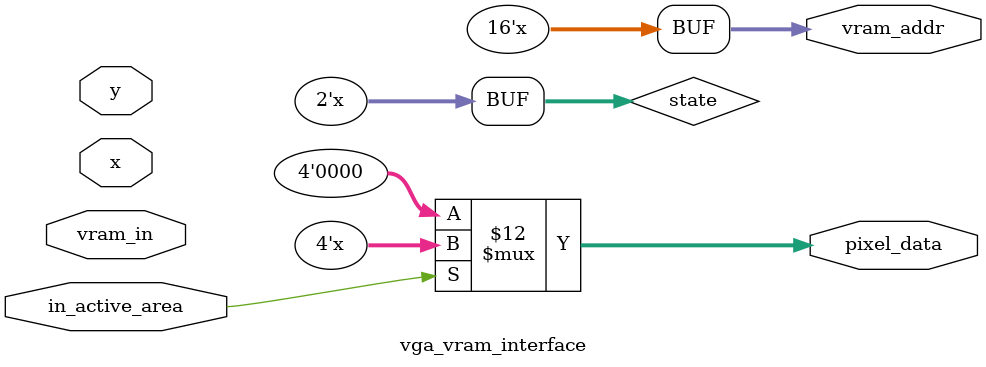
<source format=sv>
module vga_vram_interface ( 
    input wire [8:0] x, y,
    input wire [15:0] vram_in,
    input wire in_active_area,
    output reg [15:0] vram_addr = 0,
    output reg [3:0] pixel_data
);

    // 12 bits wide because the first 4 are directly indexed
    reg [11:0] vram_buffer;

    reg [1:0] state = 0;
    
    reg [15:0] current_vga_addr;
    assign current_vga_addr = (y * 320 + x);

    always @ (x or y or in_active_area) begin
        if (in_active_area) begin
            case (state)
                0: begin
                    vram_buffer <= vram_in[11:0];
                    //pixel data is output directly from the vram datalines because
                    // the buffer will not be ready in time for this pixel
                    pixel_data <= vram_in[15:12];
                    state++;
                end

                1: begin
                    vram_addr++;
                    pixel_data <= vram_buffer[11:8];
                    state++;
                end

                2: begin
                    pixel_data <= vram_buffer[7:4];
                    state++;
                end

                3: begin
                    pixel_data <= vram_buffer[3:0];
                    state++;
                end

            endcase
        end else begin
            pixel_data <= 0;
        end
    end








    // always_comb begin
    // always @ (x or y or in_active_area) begin

    //     if (in_active_area) begin
    //         if (buffer_pointer + 1 == 4) begin
    //             vram_addr++;
    //             buffer_pointer <= 0;
    //         end else begin
    //             if (cold_boot) begin
    //                 buffer_pointer <= 0;
    //                 cold_boot <= 0;
    //             end else begin
    //                 buffer_pointer++;
    //             end 
    //         end
    //     end else begin
    //         buffer_pointer <= 0;
    //     end
    // end

    // always @ (in_active_area or buffer_pointer) begin
    //     if (in_active_area) begin
    //         case (buffer_pointer[1:0])
    //             0: pixel_data <= vram_in[15:12];
    //             1: pixel_data <= vram_in[11:8];
    //             2: pixel_data <= vram_in[7:4];
    //             3: pixel_data <= vram_in[3:0];
    //         endcase
    //     end else begin
    //         pixel_data <= 0;
    //     end
    // end

endmodule
</source>
